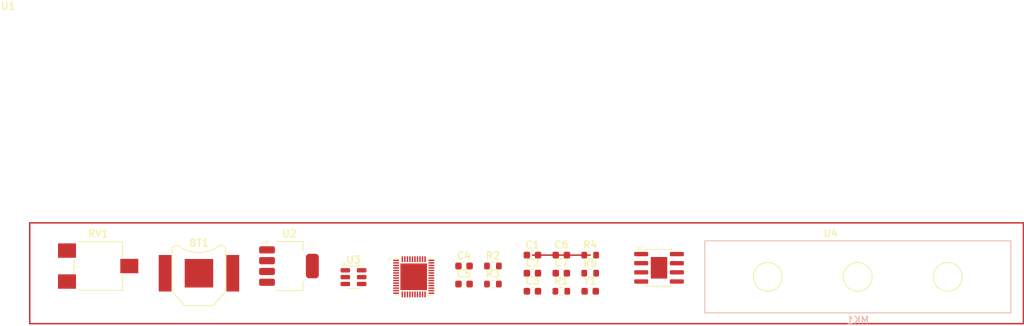
<source format=kicad_pcb>
(kicad_pcb (version 20240108) (generator "pcbnew") (generator_version "8.0")
  (layers (0 "F.Cu" signal) (31 "B.Cu" signal) (34 "B.Paste" user) (35 "F.Paste" user) (36 "B.SilkS" user "B.Silkscreen") (37 "F.SilkS" user "F.Silkscreen") (38 "B.Mask" user) (39 "F.Mask" user) (44 "Edge.Cuts" user))
  (net 0 "")
  (net 1 "Net-(BT1--)")
  (net 2 "Net-(BT1-+)")
  (net 3 "Net-(U1-CAP2)")
  (net 4 "GND")
  (net 5 "Net-(U1-CAP1)")
  (net 6 "Net-(U3-V_{CC})")
  (net 7 "Net-(U1-GPIO23)")
  (net 8 "Net-(C5-Pad2)")
  (net 9 "Net-(U4A--)")
  (net 10 "Net-(MK1-+)")
  (net 11 "5V")
  (net 12 "Net-(U2-EN)")
  (net 13 "Net-(U4A-+)")
  (net 29 "Net-(U1-XTAL_P)")
  (net 31 "Net-(U2-VOUT)")
  (net 36 "Net-(U1-VDDA-Pad1)")
  (net 45 "Net-(U1-XTAL_N)")
  (footprint "Capacitor_SMD:C_0603_1608Metric" (layer "F.Cu") (at 117.815 73.48)
    (property "Reference" "C1" (at 0 -1.43 0) (layer "F.SilkS"))
    (property "Value" "100n")
    (fp_line (start -0.14058 -0.51) (end 0.14058 -0.51) (stroke (width 0.12)) (layer "F.SilkS"))
    (fp_line (start -0.14058 0.51) (end 0.14058 0.51) (stroke (width 0.12)) (layer "F.SilkS"))
    (pad "1" smd roundrect (at -0.775 0) (size 0.9 0.95) (layers "F.Cu" "F.Paste" "F.Mask") (net 4 "GND"))
    (pad "2" smd roundrect (at 0.775 0) (size 0.9 0.95) (layers "F.Cu" "F.Paste" "F.Mask") (net 3 "Net-(U1-CAP2)"))
  )
  (footprint "ESP32-D0WD:QFN35P500X500X90-49N" (layer "F.Cu") (at 101.325 76.49)
    (property "Reference" "U1" (at -56.330215 -37.590945 0) (layer "F.SilkS") (effects (font (size 1.001252 1.001252))))
    (property "Value" "ESP32-D0WD")
    (fp_line (start -2.555 2.555) (end -1.86 2.555) (stroke (width 0.127)) (layer "F.SilkS"))
    (fp_line (start -2.53 -2.555) (end -1.86 -2.555) (stroke (width 0.127)) (layer "F.SilkS"))
    (fp_line (start 2.555 -2.555) (end 1.86 -2.555) (stroke (width 0.127)) (layer "F.SilkS"))
    (fp_line (start 2.555 2.555) (end 1.86 2.555) (stroke (width 0.127)) (layer "F.SilkS"))
    (fp_circle (center -3.255 -2.475) (end -3.155 -2.475) (stroke (width 0.2)) (fill none) (layer "F.SilkS"))
    (pad "1" smd roundrect (at -2.445 -2.275) (size 0.81 0.2) (layers "F.Cu" "F.Paste" "F.Mask") (roundrect_rratio 0.125) (net 36 "Net-(U1-VDDA-Pad1)"))
    (pad "2" smd roundrect (at -2.445 -1.925) (size 0.81 0.2) (layers "F.Cu" "F.Paste" "F.Mask") (roundrect_rratio 0.125))
    (pad "3" smd roundrect (at -2.445 -1.575) (size 0.81 0.2) (layers "F.Cu" "F.Paste" "F.Mask") (roundrect_rratio 0.125) (net 31 "Net-(U2-VOUT)"))
    (pad "4" smd roundrect (at -2.445 -1.225) (size 0.81 0.2) (layers "F.Cu" "F.Paste" "F.Mask") (roundrect_rratio 0.125) (net 31 "Net-(U2-VOUT)"))
    (pad "5" smd roundrect (at -2.445 -0.875) (size 0.81 0.2) (layers "F.Cu" "F.Paste" "F.Mask") (roundrect_rratio 0.125))
    (pad "6" smd roundrect (at -2.445 -0.525) (size 0.81 0.2) (layers "F.Cu" "F.Paste" "F.Mask") (roundrect_rratio 0.125))
    (pad "7" smd roundrect (at -2.445 -0.175) (size 0.81 0.2) (layers "F.Cu" "F.Paste" "F.Mask") (roundrect_rratio 0.125))
    (pad "8" smd roundrect (at -2.445 0.175) (size 0.81 0.2) (layers "F.Cu" "F.Paste" "F.Mask") (roundrect_rratio 0.125))
    (pad "9" smd roundrect (at -2.445 0.525) (size 0.81 0.2) (layers "F.Cu" "F.Paste" "F.Mask") (roundrect_rratio 0.125))
    (pad "10" smd roundrect (at -2.445 0.875) (size 0.81 0.2) (layers "F.Cu" "F.Paste" "F.Mask") (roundrect_rratio 0.125))
    (pad "11" smd roundrect (at -2.445 1.225) (size 0.81 0.2) (layers "F.Cu" "F.Paste" "F.Mask") (roundrect_rratio 0.125))
    (pad "12" smd roundrect (at -2.445 1.575) (size 0.81 0.2) (layers "F.Cu" "F.Paste" "F.Mask") (roundrect_rratio 0.125))
    (pad "13" smd roundrect (at -2.445 1.925) (size 0.81 0.2) (layers "F.Cu" "F.Paste" "F.Mask") (roundrect_rratio 0.125))
    (pad "14" smd roundrect (at -2.445 2.275) (size 0.81 0.2) (layers "F.Cu" "F.Paste" "F.Mask") (roundrect_rratio 0.125))
    (pad "15" smd roundrect (at -1.575 2.445) (size 0.2 0.81) (layers "F.Cu" "F.Paste" "F.Mask") (roundrect_rratio 0.125))
    (pad "16" smd roundrect (at -1.225 2.445) (size 0.2 0.81) (layers "F.Cu" "F.Paste" "F.Mask") (roundrect_rratio 0.125))
    (pad "17" smd roundrect (at -0.875 2.445) (size 0.2 0.81) (layers "F.Cu" "F.Paste" "F.Mask") (roundrect_rratio 0.125))
    (pad "18" smd roundrect (at -0.525 2.445) (size 0.2 0.81) (layers "F.Cu" "F.Paste" "F.Mask") (roundrect_rratio 0.125))
    (pad "19" smd roundrect (at -0.175 2.445) (size 0.2 0.81) (layers "F.Cu" "F.Paste" "F.Mask") (roundrect_rratio 0.125))
    (pad "20" smd roundrect (at 0.175 2.445) (size 0.2 0.81) (layers "F.Cu" "F.Paste" "F.Mask") (roundrect_rratio 0.125))
    (pad "21" smd roundrect (at 0.525 2.445) (size 0.2 0.81) (layers "F.Cu" "F.Paste" "F.Mask") (roundrect_rratio 0.125))
    (pad "22" smd roundrect (at 0.875 2.445) (size 0.2 0.81) (layers "F.Cu" "F.Paste" "F.Mask") (roundrect_rratio 0.125))
    (pad "23" smd roundrect (at 1.225 2.445) (size 0.2 0.81) (layers "F.Cu" "F.Paste" "F.Mask") (roundrect_rratio 0.125) (net 4 "GND"))
    (pad "24" smd roundrect (at 1.575 2.445) (size 0.2 0.81) (layers "F.Cu" "F.Paste" "F.Mask") (roundrect_rratio 0.125))
    (pad "25" smd roundrect (at 2.445 2.275) (size 0.81 0.2) (layers "F.Cu" "F.Paste" "F.Mask") (roundrect_rratio 0.125))
    (pad "26" smd roundrect (at 2.445 1.925) (size 0.81 0.2) (layers "F.Cu" "F.Paste" "F.Mask") (roundrect_rratio 0.125))
    (pad "27" smd roundrect (at 2.445 1.575) (size 0.81 0.2) (layers "F.Cu" "F.Paste" "F.Mask") (roundrect_rratio 0.125))
    (pad "28" smd roundrect (at 2.445 1.225) (size 0.81 0.2) (layers "F.Cu" "F.Paste" "F.Mask") (roundrect_rratio 0.125))
    (pad "29" smd roundrect (at 2.445 0.875) (size 0.81 0.2) (layers "F.Cu" "F.Paste" "F.Mask") (roundrect_rratio 0.125))
    (pad "30" smd roundrect (at 2.445 0.525) (size 0.81 0.2) (layers "F.Cu" "F.Paste" "F.Mask") (roundrect_rratio 0.125))
    (pad "31" smd roundrect (at 2.445 0.175) (size 0.81 0.2) (layers "F.Cu" "F.Paste" "F.Mask") (roundrect_rratio 0.125))
    (pad "32" smd roundrect (at 2.445 -0.175) (size 0.81 0.2) (layers "F.Cu" "F.Paste" "F.Mask") (roundrect_rratio 0.125))
    (pad "33" smd roundrect (at 2.445 -0.525) (size 0.81 0.2) (layers "F.Cu" "F.Paste" "F.Mask") (roundrect_rratio 0.125))
    (pad "34" smd roundrect (at 2.445 -0.875) (size 0.81 0.2) (layers "F.Cu" "F.Paste" "F.Mask") (roundrect_rratio 0.125))
    (pad "35" smd roundrect (at 2.445 -1.225) (size 0.81 0.2) (layers "F.Cu" "F.Paste" "F.Mask") (roundrect_rratio 0.125))
    (pad "36" smd roundrect (at 2.445 -1.575) (size 0.81 0.2) (layers "F.Cu" "F.Paste" "F.Mask") (roundrect_rratio 0.125) (net 7 "Net-(U1-GPIO23)"))
    (pad "37" smd roundrect (at 2.445 -1.925) (size 0.81 0.2) (layers "F.Cu" "F.Paste" "F.Mask") (roundrect_rratio 0.125))
    (pad "38" smd roundrect (at 2.445 -2.275) (size 0.81 0.2) (layers "F.Cu" "F.Paste" "F.Mask") (roundrect_rratio 0.125))
    (pad "39" smd roundrect (at 1.575 -2.445) (size 0.2 0.81) (layers "F.Cu" "F.Paste" "F.Mask") (roundrect_rratio 0.125))
    (pad "40" smd roundrect (at 1.225 -2.445) (size 0.2 0.81) (layers "F.Cu" "F.Paste" "F.Mask") (roundrect_rratio 0.125))
    (pad "41" smd roundrect (at 0.875 -2.445) (size 0.2 0.81) (layers "F.Cu" "F.Paste" "F.Mask") (roundrect_rratio 0.125))
    (pad "42" smd roundrect (at 0.525 -2.445) (size 0.2 0.81) (layers "F.Cu" "F.Paste" "F.Mask") (roundrect_rratio 0.125))
    (pad "43" smd roundrect (at 0.175 -2.445) (size 0.2 0.81) (layers "F.Cu" "F.Paste" "F.Mask") (roundrect_rratio 0.125) (net 36 "Net-(U1-VDDA-Pad1)"))
    (pad "44" smd roundrect (at -0.175 -2.445) (size 0.2 0.81) (layers "F.Cu" "F.Paste" "F.Mask") (roundrect_rratio 0.125) (net 45 "Net-(U1-XTAL_N)"))
    (pad "45" smd roundrect (at -0.525 -2.445) (size 0.2 0.81) (layers "F.Cu" "F.Paste" "F.Mask") (roundrect_rratio 0.125) (net 29 "Net-(U1-XTAL_P)"))
    (pad "46" smd roundrect (at -0.875 -2.445) (size 0.2 0.81) (layers "F.Cu" "F.Paste" "F.Mask") (roundrect_rratio 0.125) (net 36 "Net-(U1-VDDA-Pad1)"))
    (pad "47" smd roundrect (at -1.225 -2.445) (size 0.2 0.81) (layers "F.Cu" "F.Paste" "F.Mask") (roundrect_rratio 0.125) (net 3 "Net-(U1-CAP2)"))
    (pad "48" smd roundrect (at -1.575 -2.445) (size 0.2 0.81) (layers "F.Cu" "F.Paste" "F.Mask") (roundrect_rratio 0.125) (net 5 "Net-(U1-CAP1)"))
    (pad "49" smd rect (at 0 0) (size 3.7 3.7) (layers "F.Cu" "F.Mask") (net 4 "GND"))
  )
  (footprint "Resistor_SMD:R_0603_1608Metric" (layer "F.Cu") (at 112.325 74.99)
    (property "Reference" "R2" (at 0 -1.43 0) (layer "F.SilkS"))
    (property "Value" "2.2k")
    (fp_line (start -0.237258 -0.5225) (end 0.237258 -0.5225) (stroke (width 0.12)) (layer "F.SilkS"))
    (fp_line (start -0.237258 0.5225) (end 0.237258 0.5225) (stroke (width 0.12)) (layer "F.SilkS"))
    (pad "1" smd roundrect (at -0.825 0) (size 0.8 0.95) (layers "F.Cu" "F.Paste" "F.Mask") (net 10 "Net-(MK1-+)"))
    (pad "2" smd roundrect (at 0.825 0) (size 0.8 0.95) (layers "F.Cu" "F.Paste" "F.Mask") (net 31 "Net-(U2-VOUT)"))
  )
  (footprint "Package_TO_SOT_SMD:SOT-23-6" (layer "F.Cu") (at 92.9625 76.54)
    (property "Reference" "U3" (at 0 -2.4 0) (layer "F.SilkS"))
    (property "Value" "TP4057")
    (fp_line (start 0 -1.56) (end -0.8 -1.56) (stroke (width 0.12)) (layer "F.SilkS"))
    (fp_line (start 0 -1.56) (end 0.8 -1.56) (stroke (width 0.12)) (layer "F.SilkS"))
    (fp_line (start 0 1.56) (end -0.8 1.56) (stroke (width 0.12)) (layer "F.SilkS"))
    (fp_line (start 0 1.56) (end 0.8 1.56) (stroke (width 0.12)) (layer "F.SilkS"))
    (fp_poly (pts (xy -1.3 -1.51) (xy -1.54 -1.84) (xy -1.06 -1.84) (xy -1.3 -1.51)) (stroke (width 0.12)) (fill solid) (layer "F.SilkS"))
    (pad "1" smd roundrect (at -1.1375 -0.95) (size 1.325 0.6) (layers "F.Cu" "F.Paste" "F.Mask"))
    (pad "2" smd roundrect (at -1.1375 0) (size 1.325 0.6) (layers "F.Cu" "F.Paste" "F.Mask") (net 4 "GND"))
    (pad "3" smd roundrect (at -1.1375 0.95) (size 1.325 0.6) (layers "F.Cu" "F.Paste" "F.Mask") (net 2 "Net-(BT1-+)"))
    (pad "4" smd roundrect (at 1.1375 0.95) (size 1.325 0.6) (layers "F.Cu" "F.Paste" "F.Mask") (net 6 "Net-(U3-V_{CC})"))
    (pad "5" smd roundrect (at 1.1375 0) (size 1.325 0.6) (layers "F.Cu" "F.Paste" "F.Mask") (net 4 "GND"))
    (pad "6" smd roundrect (at 1.1375 -0.95) (size 1.325 0.6) (layers "F.Cu" "F.Paste" "F.Mask"))
  )
  (footprint "Package_SO:SOIC-8-1EP_3.9x4.9mm_P1.27mm_EP2.29x3mm" (layer "F.Cu") (at 135.395 75.24)
    (property "Reference" "U4" (at 23.845 -4.795 0) (layer "F.SilkS"))
    (property "Value" "LM358")
    (fp_line (start 0 -2.56) (end -1.95 -2.56) (stroke (width 0.12)) (layer "F.SilkS"))
    (fp_line (start 0 -2.56) (end 1.95 -2.56) (stroke (width 0.12)) (layer "F.SilkS"))
    (fp_line (start 0 2.56) (end -1.95 2.56) (stroke (width 0.12)) (layer "F.SilkS"))
    (fp_line (start 0 2.56) (end 1.95 2.56) (stroke (width 0.12)) (layer "F.SilkS"))
    (fp_poly (pts (xy -2.7 -2.465) (xy -2.94 -2.795) (xy -2.46 -2.795) (xy -2.7 -2.465)) (stroke (width 0.12)) (fill solid) (layer "F.SilkS"))
    (pad "1" smd roundrect (at -2.475 -1.905) (size 1.95 0.6) (layers "F.Cu" "F.Paste" "F.Mask") (net 8 "Net-(C5-Pad2)"))
    (pad "2" smd roundrect (at -2.475 -0.635) (size 1.95 0.6) (layers "F.Cu" "F.Paste" "F.Mask") (net 9 "Net-(U4A--)"))
    (pad "3" smd roundrect (at -2.475 0.635) (size 1.95 0.6) (layers "F.Cu" "F.Paste" "F.Mask") (net 13 "Net-(U4A-+)"))
    (pad "4" smd roundrect (at -2.475 1.905) (size 1.95 0.6) (layers "F.Cu" "F.Paste" "F.Mask"))
    (pad "5" smd roundrect (at 2.475 1.905) (size 1.95 0.6) (layers "F.Cu" "F.Paste" "F.Mask"))
    (pad "6" smd roundrect (at 2.475 0.635) (size 1.95 0.6) (layers "F.Cu" "F.Paste" "F.Mask"))
    (pad "7" smd roundrect (at 2.475 -0.635) (size 1.95 0.6) (layers "F.Cu" "F.Paste" "F.Mask"))
    (pad "8" smd roundrect (at 2.475 -1.905) (size 1.95 0.6) (layers "F.Cu" "F.Paste" "F.Mask"))
    (pad "9" smd rect (at 0 0) (size 2.29 3) (property pad_prop_heatsink) (layers "F.Cu" "F.Mask"))
  )
  (footprint "Capacitor_SMD:C_0603_1608Metric" (layer "F.Cu") (at 125.835 78.5)
    (property "Reference" "Y1" (at 0 -1.43 0) (layer "F.SilkS"))
    (property "Value" "40MHz")
    (fp_line (start -0.14058 -0.51) (end 0.14058 -0.51) (stroke (width 0.12)) (layer "F.SilkS"))
    (fp_line (start -0.14058 0.51) (end 0.14058 0.51) (stroke (width 0.12)) (layer "F.SilkS"))
    (pad "1" smd roundrect (at -0.775 0) (size 0.9 0.95) (layers "F.Cu" "F.Paste" "F.Mask") (net 29 "Net-(U1-XTAL_P)"))
    (pad "2" smd roundrect (at 0.775 0) (size 0.9 0.95) (layers "F.Cu" "F.Paste" "F.Mask") (net 45 "Net-(U1-XTAL_N)"))
  )
  (footprint "Potentiometer_SMD:Potentiometer_ACP_CA6-VSMD_Vertical" (layer "F.Cu") (at 57.5 75)
    (property "Reference" "RV1" (at 0 -4.5 0) (layer "F.SilkS"))
    (property "Value" "10 K")
    (fp_line (start -3.37 -0.909) (end -3.37 0.91) (stroke (width 0.12)) (layer "F.SilkS"))
    (fp_line (start -2.834 -3.371) (end 3.37 -3.371) (stroke (width 0.12)) (layer "F.SilkS"))
    (fp_line (start -2.834 3.37) (end 3.37 3.37) (stroke (width 0.12)) (layer "F.SilkS"))
    (fp_line (start 3.37 -3.371) (end 3.37 -1.24) (stroke (width 0.12)) (layer "F.SilkS"))
    (fp_line (start 3.37 1.24) (end 3.37 3.37) (stroke (width 0.12)) (layer "F.SilkS"))
    (pad "1" smd rect (at -4.325 2.15) (size 2.5 2) (layers "F.Cu" "F.Paste" "F.Mask") (net 9 "Net-(U4A--)"))
    (pad "2" smd rect (at 4.325 0) (size 2.5 2) (layers "F.Cu" "F.Paste" "F.Mask") (net 13 "Net-(U4A-+)"))
    (pad "3" smd rect (at -4.325 -2.15) (size 2.5 2) (layers "F.Cu" "F.Paste" "F.Mask") (net 10 "Net-(MK1-+)"))
  )
  (footprint "Battery:BatteryHolder_Keystone_2998_1x6.8mm" (layer "F.Cu") (at 71.5 76)
    (property "Reference" "BT1" (at 0 -4.2 0) (layer "F.SilkS"))
    (property "Value" "3.7V")
    (fp_line (start -3.7 -3.5) (end -3.7 2.5) (stroke (width 0.12)) (layer "F.SilkS"))
    (fp_line (start -2 4.5) (end -3.7 2.5) (stroke (width 0.12)) (layer "F.SilkS"))
    (fp_line (start -2 4.5) (end 2 4.5) (stroke (width 0.12)) (layer "F.SilkS"))
    (fp_line (start 2 4.5) (end 3.7 2.5) (stroke (width 0.12)) (layer "F.SilkS"))
    (fp_line (start 3.7 -3.5) (end 3.7 2.5) (stroke (width 0.12)) (layer "F.SilkS"))
    (fp_arc (start -3.705648 -3.490673) (mid -3.055452 -3.863197) (end -2.4 -3.5) (stroke (width 0.12)) (layer "F.SilkS"))
    (fp_arc (start 2.391383 -3.495415) (mid -0.00488 -2.900002) (end -2.4 -3.5) (stroke (width 0.12)) (layer "F.SilkS"))
    (fp_arc (start 2.392627 -3.493972) (mid 3.046477 -3.866382) (end 3.703723 -3.5) (stroke (width 0.12)) (layer "F.SilkS"))
    (pad "1" smd rect (at -4.7 0) (size 1.78 5.08) (layers "F.Cu" "F.Paste" "F.Mask") (net 2 "Net-(BT1-+)"))
    (pad "1" smd rect (at 4.7 0) (size 1.78 5.08) (layers "F.Cu" "F.Paste" "F.Mask") (net 2 "Net-(BT1-+)"))
    (pad "2" smd rect (at 0 0) (size 3.96 3.96) (layers "F.Cu" "F.Paste" "F.Mask") (net 1 "Net-(BT1--)"))
  )
  (footprint "Capacitor_SMD:C_0603_1608Metric" (layer "F.Cu") (at 108.315 74.99)
    (property "Reference" "C4" (at 0 -1.43 0) (layer "F.SilkS"))
    (property "Value" "10u")
    (fp_line (start -0.14058 -0.51) (end 0.14058 -0.51) (stroke (width 0.12)) (layer "F.SilkS"))
    (fp_line (start -0.14058 0.51) (end 0.14058 0.51) (stroke (width 0.12)) (layer "F.SilkS"))
    (pad "1" smd roundrect (at -0.775 0) (size 0.9 0.95) (layers "F.Cu" "F.Paste" "F.Mask") (net 1 "Net-(BT1--)"))
    (pad "2" smd roundrect (at 0.775 0) (size 0.9 0.95) (layers "F.Cu" "F.Paste" "F.Mask") (net 4 "GND"))
  )
  (footprint "Resistor_SMD:R_0603_1608Metric" (layer "F.Cu") (at 125.835 73.48)
    (property "Reference" "R4" (at 0 -1.43 0) (layer "F.SilkS"))
    (property "Value" "10k")
    (fp_line (start -0.237258 -0.5225) (end 0.237258 -0.5225) (stroke (width 0.12)) (layer "F.SilkS"))
    (fp_line (start -0.237258 0.5225) (end 0.237258 0.5225) (stroke (width 0.12)) (layer "F.SilkS"))
    (pad "1" smd roundrect (at -0.825 0) (size 0.8 0.95) (layers "F.Cu" "F.Paste" "F.Mask") (net 4 "GND"))
    (pad "2" smd roundrect (at 0.825 0) (size 0.8 0.95) (layers "F.Cu" "F.Paste" "F.Mask") (net 13 "Net-(U4A-+)"))
  )
  (footprint "Resistor_SMD:R_0603_1608Metric" (layer "F.Cu") (at 112.325 77.5)
    (property "Reference" "R3" (at 0 -1.43 0) (layer "F.SilkS"))
    (property "Value" "10k")
    (fp_line (start -0.237258 -0.5225) (end 0.237258 -0.5225) (stroke (width 0.12)) (layer "F.SilkS"))
    (fp_line (start -0.237258 0.5225) (end 0.237258 0.5225) (stroke (width 0.12)) (layer "F.SilkS"))
    (pad "1" smd roundrect (at -0.825 0) (size 0.8 0.95) (layers "F.Cu" "F.Paste" "F.Mask") (net 31 "Net-(U2-VOUT)"))
    (pad "2" smd roundrect (at 0.825 0) (size 0.8 0.95) (layers "F.Cu" "F.Paste" "F.Mask") (net 13 "Net-(U4A-+)"))
  )
  (footprint "Capacitor_SMD:C_0603_1608Metric" (layer "F.Cu") (at 117.815 78.5)
    (property "Reference" "C3" (at 0 -1.43 0) (layer "F.SilkS"))
    (property "Value" "0.1u")
    (fp_line (start -0.14058 -0.51) (end 0.14058 -0.51) (stroke (width 0.12)) (layer "F.SilkS"))
    (fp_line (start -0.14058 0.51) (end 0.14058 0.51) (stroke (width 0.12)) (layer "F.SilkS"))
    (pad "1" smd roundrect (at -0.775 0) (size 0.9 0.95) (layers "F.Cu" "F.Paste" "F.Mask") (net 4 "GND"))
    (pad "2" smd roundrect (at 0.775 0) (size 0.9 0.95) (layers "F.Cu" "F.Paste" "F.Mask") (net 6 "Net-(U3-V_{CC})"))
  )
  (footprint "Resistor_SMD:R_0603_1608Metric" (layer "F.Cu") (at 121.825 78.5)
    (property "Reference" "R1" (at 0 -1.43 0) (layer "F.SilkS"))
    (property "Value" "10K")
    (fp_line (start -0.237258 -0.5225) (end 0.237258 -0.5225) (stroke (width 0.12)) (layer "F.SilkS"))
    (fp_line (start -0.237258 0.5225) (end 0.237258 0.5225) (stroke (width 0.12)) (layer "F.SilkS"))
    (pad "1" smd roundrect (at -0.825 0) (size 0.8 0.95) (layers "F.Cu" "F.Paste" "F.Mask") (net 11 "5V"))
    (pad "2" smd roundrect (at 0.825 0) (size 0.8 0.95) (layers "F.Cu" "F.Paste" "F.Mask") (net 12 "Net-(U2-EN)"))
  )
  (footprint "Capacitor_SMD:C_0603_1608Metric" (layer "F.Cu") (at 121.825 73.48)
    (property "Reference" "C6" (at 0 -1.43 0) (layer "F.SilkS"))
    (property "Value" "1u")
    (fp_line (start -0.14058 -0.51) (end 0.14058 -0.51) (stroke (width 0.12)) (layer "F.SilkS"))
    (fp_line (start -0.14058 0.51) (end 0.14058 0.51) (stroke (width 0.12)) (layer "F.SilkS"))
    (pad "1" smd roundrect (at -0.775 0) (size 0.9 0.95) (layers "F.Cu" "F.Paste" "F.Mask") (net 9 "Net-(U4A--)"))
    (pad "2" smd roundrect (at 0.775 0) (size 0.9 0.95) (layers "F.Cu" "F.Paste" "F.Mask") (net 10 "Net-(MK1-+)"))
  )
  (footprint "Capacitor_SMD:C_0603_1608Metric" (layer "F.Cu") (at 108.315 77.5)
    (property "Reference" "C5" (at 0 -1.43 0) (layer "F.SilkS"))
    (property "Value" "100n")
    (fp_line (start -0.14058 -0.51) (end 0.14058 -0.51) (stroke (width 0.12)) (layer "F.SilkS"))
    (fp_line (start -0.14058 0.51) (end 0.14058 0.51) (stroke (width 0.12)) (layer "F.SilkS"))
    (pad "1" smd roundrect (at -0.775 0) (size 0.9 0.95) (layers "F.Cu" "F.Paste" "F.Mask") (net 7 "Net-(U1-GPIO23)"))
    (pad "2" smd roundrect (at 0.775 0) (size 0.9 0.95) (layers "F.Cu" "F.Paste" "F.Mask") (net 8 "Net-(C5-Pad2)"))
  )
  (footprint "Capacitor_SMD:C_0603_1608Metric" (layer "F.Cu") (at 117.815 75.99)
    (property "Reference" "C2" (at 0 -1.43 0) (layer "F.SilkS"))
    (property "Value" "100n")
    (fp_line (start -0.14058 -0.51) (end 0.14058 -0.51) (stroke (width 0.12)) (layer "F.SilkS"))
    (fp_line (start -0.14058 0.51) (end 0.14058 0.51) (stroke (width 0.12)) (layer "F.SilkS"))
    (pad "1" smd roundrect (at -0.775 0) (size 0.9 0.95) (layers "F.Cu" "F.Paste" "F.Mask") (net 4 "GND"))
    (pad "2" smd roundrect (at 0.775 0) (size 0.9 0.95) (layers "F.Cu" "F.Paste" "F.Mask") (net 5 "Net-(U1-CAP1)"))
  )
  (footprint "Resistor_SMD:R_0603_1608Metric" (layer "F.Cu") (at 125.835 75.99)
    (property "Reference" "R5" (at 0 -1.43 0) (layer "F.SilkS"))
    (property "Value" "100k")
    (fp_line (start -0.237258 -0.5225) (end 0.237258 -0.5225) (stroke (width 0.12)) (layer "F.SilkS"))
    (fp_line (start -0.237258 0.5225) (end 0.237258 0.5225) (stroke (width 0.12)) (layer "F.SilkS"))
    (pad "1" smd roundrect (at -0.825 0) (size 0.8 0.95) (layers "F.Cu" "F.Paste" "F.Mask") (net 9 "Net-(U4A--)"))
    (pad "2" smd roundrect (at 0.825 0) (size 0.8 0.95) (layers "F.Cu" "F.Paste" "F.Mask") (net 8 "Net-(C5-Pad2)"))
  )
  (footprint "Capacitor_SMD:C_0603_1608Metric" (layer "F.Cu") (at 121.825 75.99)
    (property "Reference" "C7" (at 0 -1.43 0) (layer "F.SilkS"))
    (property "Value" "100n")
    (fp_line (start -0.14058 -0.51) (end 0.14058 -0.51) (stroke (width 0.12)) (layer "F.SilkS"))
    (fp_line (start -0.14058 0.51) (end 0.14058 0.51) (stroke (width 0.12)) (layer "F.SilkS"))
    (pad "1" smd roundrect (at -0.775 0) (size 0.9 0.95) (layers "F.Cu" "F.Paste" "F.Mask") (net 4 "GND"))
    (pad "2" smd roundrect (at 0.775 0) (size 0.9 0.95) (layers "F.Cu" "F.Paste" "F.Mask") (net 13 "Net-(U4A-+)"))
  )
  (footprint "MountingEquipment:DINRailAdapter_3xM3_PhoenixContact_1201578" (layer "F.Cu") (at 163 76.5)
    (property "Reference" "MK1" (at 0 6 0) (layer "B.SilkS") (effects (justify mirror)))
    (property "Value" "Microphone")
    (fp_line (start -21.25 -5) (end -21.25 5) (stroke (width 0.12)) (layer "B.SilkS"))
    (fp_line (start -21.25 5) (end 21.25 5) (stroke (width 0.12)) (layer "B.SilkS"))
    (fp_line (start 21.25 -5) (end -21.25 -5) (stroke (width 0.12)) (layer "B.SilkS"))
    (fp_line (start 21.25 5) (end 21.25 -5) (stroke (width 0.12)) (layer "B.SilkS"))
    (fp_circle (center -12.5 0) (end -10.5 0) (stroke (width 0.12)) (fill none) (layer "F.SilkS"))
    (fp_circle (center 0 0) (end 2 0) (stroke (width 0.12)) (fill none) (layer "F.SilkS"))
    (fp_circle (center 12.5 0) (end 14.5 0) (stroke (width 0.12)) (fill none) (layer "F.SilkS"))
    (pad "" np_thru_hole circle (at -12.5 0) (size 3.2 3.2) (drill 3.2) (layers "*.Cu" "*.Mask"))
    (pad "" np_thru_hole circle (at 0 0) (size 3.2 3.2) (drill 3.2) (layers "*.Cu" "*.Mask"))
    (pad "" np_thru_hole circle (at 12.5 0) (size 3.2 3.2) (drill 3.2) (layers "*.Cu" "*.Mask"))
  )
  (footprint "Package_TO_SOT_SMD:SOT-223-5" (layer "F.Cu") (at 84 75)
    (property "Reference" "U2" (at 0.0625 -4.5 0) (layer "F.SilkS"))
    (property "Value" "AP2112K-3.3")
    (fp_line (start -1.7875 -3.41) (end 1.9725 -3.41) (stroke (width 0.12)) (layer "F.SilkS"))
    (fp_line (start -1.7875 3.41) (end 1.9725 3.41) (stroke (width 0.12)) (layer "F.SilkS"))
    (fp_line (start 1.9725 -3.41) (end 1.9725 -2.15) (stroke (width 0.12)) (layer "F.SilkS"))
    (fp_line (start 1.9725 3.41) (end 1.9725 2.15) (stroke (width 0.12)) (layer "F.SilkS"))
    (fp_poly (pts (xy -3.08 -3.07) (xy -3.32 -3.4) (xy -2.84 -3.4) (xy -3.08 -3.07)) (stroke (width 0.12)) (fill solid) (layer "F.SilkS"))
    (pad "1" smd roundrect (at -3.05 -2.25) (size 2.2 1) (layers "F.Cu" "F.Paste" "F.Mask") (net 11 "5V"))
    (pad "2" smd roundrect (at -3.05 -0.75) (size 2.2 1) (layers "F.Cu" "F.Paste" "F.Mask") (net 4 "GND"))
    (pad "3" smd roundrect (at -3.05 0.75) (size 2.2 1) (layers "F.Cu" "F.Paste" "F.Mask") (net 12 "Net-(U2-EN)"))
    (pad "4" smd roundrect (at -3.05 2.25) (size 2.2 1) (layers "F.Cu" "F.Paste" "F.Mask"))
    (pad "5" smd roundrect (at 3.25 0) (size 1.8 3.4) (layers "F.Cu" "F.Paste" "F.Mask") (net 31 "Net-(U2-VOUT)"))
  )
  (gr_line (start 186 83) (end 48 83) (stroke (width 0.2)) (layer "F.Cu"))
  (gr_line (start 48 69) (end 186 69) (stroke (width 0.2)) (layer "F.Cu"))
  (gr_line (start 186 83) (end 186 69) (stroke (width 0.2)) (layer "F.Cu"))
  (gr_line (start 48 83) (end 48 69) (stroke (width 0.2)) (layer "F.Cu"))
  (gr_line (start 117.815 73.48) (end 125.835 73.48) (stroke (width 0.2)) (layer "F.Cu"))
)
</source>
